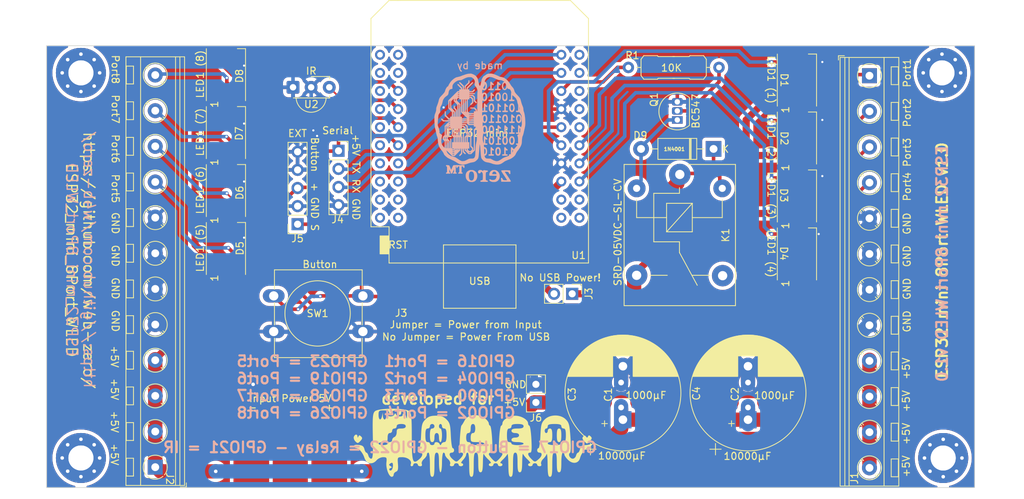
<source format=kicad_pcb>
(kicad_pcb (version 20221018) (generator pcbnew)
  (layers (0 "F.Cu" signal) (31 "B.Cu" signal) (34 "B.Paste" user) (35 "F.Paste" user) (36 "B.SilkS" user "B.Silkscreen") (37 "F.SilkS" user "F.Silkscreen") (38 "B.Mask" user) (39 "F.Mask" user) (44 "Edge.Cuts" user))
  (net 0 "")
  (net 26 "Net-(D1-VDD)")
  (net 27 "Net-(D1-DOUT)")
  (net 28 "Net-(D1-DIN)")
  (net 29 "Net-(D2-DOUT)")
  (net 30 "Net-(D2-DIN)")
  (net 31 "Net-(D3-DOUT)")
  (net 32 "Net-(D3-DIN)")
  (net 33 "Net-(D4-DOUT)")
  (net 34 "Net-(D4-DIN)")
  (net 35 "Net-(D5-DOUT)")
  (net 36 "Net-(D5-DIN)")
  (net 37 "Net-(D6-DOUT)")
  (net 38 "Net-(D6-DIN)")
  (net 39 "Net-(D7-DOUT)")
  (net 40 "Net-(D7-DIN)")
  (net 41 "Net-(D8-DOUT)")
  (net 42 "Net-(D8-DIN)")
  (net 43 "+5V")
  (net 44 "Net-(D9-A)")
  (net 46 "Net-(Q1-B)")
  (net 47 "Net-(U1-IO_22{slash}D1{slash}SCL)")
  (net 48 "Net-(J3-Pin_2)")
  (net 49 "Net-(J5-Pin_5)")
  (net 50 "Net-(J4-Pin_3)")
  (net 51 "Net-(J4-Pin_2)")
  (net 52 "Net-(J5-Pin_2)")
  (footprint "ownLibrary:CP_Radial_D8.0mm_P3.50mm" (layer "F.Cu") (at 173.482 128.214 90)
    (fp_text reference "C2")
    (fp_text value "C_Polarized")
  )
  (footprint "Terminal_dg306:TerminalBlock_RND_205-00055_1x12_P5.00mm_Horizontal" (layer "F.Cu") (at 190.5 81.68 -90)
    (fp_text reference "J1")
    (fp_text value "Screw_Terminal_01x12")
  )
  (footprint "Connector_PinSocket_2.54mm:PinSocket_1x05_P2.54mm_Vertical" (layer "F.Cu") (at 110.37 102.51 180)
    (fp_text reference "J5")
    (fp_text value "Conn_01x05_Socket")
  )
  (footprint "Terminal_dg306:TerminalBlock_RND_205-00055_1x12_P5.00mm_Horizontal" (layer "F.Cu") (at 90.424 136.586 90)
    (fp_text reference "J2")
    (fp_text value "Screw_Terminal_01x12")
  )
  (footprint "MountingHole:MountingHole_3.5mm_Pad_Via" (layer "F.Cu") (at 200.66 81.28)
    (fp_text reference "REF**")
    (fp_text value "MountingHole_3.5mm_Pad_Via")
  )
  (footprint "ESP32_mini:ESP32_mini-with-pin-header-and-connector" (layer "F.Cu") (at 135.89 90.17)
    (fp_text reference "U1")
    (fp_text value "mini_esp32")
  )
  (footprint "Connector_PinSocket_2.54mm:PinSocket_1x04_P2.54mm_Vertical" (layer "F.Cu") (at 116.103 92.212)
    (fp_text reference "J4")
    (fp_text value "Conn_01x04_Socket")
  )
  (footprint "ownLibrary:CP_Radial_D8.0mm_P3.50mm" (layer "F.Cu") (at 155.702 128.214 90)
    (fp_text reference "C1")
    (fp_text value "C_Polarized")
  )
  (footprint "logocircuit:WLED_Logo_big_1" (layer "F.Cu") (at 135.750602 127.64)
    (fp_text reference "G***" hide)
    (fp_text value "developed for")
  )
  (footprint "PCM_Resistor_THT_AKL:R_Axial_DIN0309_L9.0mm_D3.2mm_P12.70mm_Horizontal" (layer "F.Cu") (at 169.418 80.518 180)
    (fp_text reference "R1")
    (fp_text value "R" hide)
  )
  (footprint "OptoDevice:Vishay_MINICAST-3Pin" (layer "F.Cu") (at 109.728 83.303)
    (fp_text reference "U2")
    (fp_text value "TSOP382xx")
  )
  (footprint "LED_SMD:LED_WS2812B_PLCC4_5.0x5.0mm_P3.2mm" (layer "F.Cu") (at 100.33 105.918 90)
    (fp_text reference "D5")
    (fp_text value "WS2812B")
  )
  (footprint "button:SW_PUSH-12mm_roundKnob" (layer "F.Cu") (at 119.524 117.562 180)
    (fp_text reference "SW1")
    (fp_text value "SW_Push")
  )
  (footprint "ownLibrary:CP_Radial_D16.0mm_P7.50mm" (layer "F.Cu") (at 173.482 129.928 90)
    (fp_text reference "C4")
    (fp_text value "C_Polarized")
  )
  (footprint "Connector_Wire:SolderWirePad_1x01_SMD_5x10mm" (layer "F.Cu") (at 103.886 133.858)
    (fp_text reference "-")
    (fp_text value "SolderWirePad_1x01_SMD_5x10mm")
  )
  (footprint "LED_SMD:LED_WS2812B_PLCC4_5.0x5.0mm_P3.2mm" (layer "F.Cu") (at 180.34 98.552 90)
    (fp_text reference "D3")
    (fp_text value "WS2812B")
  )
  (footprint "ownLibrary:CP_Radial_D16.0mm_P7.50mm" (layer "F.Cu") (at 155.956 129.928 90)
    (fp_text reference "C3")
    (fp_text value "C_Polarized")
  )
  (footprint "Diode_THT:D_DO-41_SOD81_P10.16mm_Horizontal" (layer "F.Cu") (at 168.656 91.948 180)
    (fp_text reference "D9")
    (fp_text value "1N4001")
  )
  (footprint "LED_SMD:LED_WS2812B_PLCC4_5.0x5.0mm_P3.2mm" (layer "F.Cu") (at 100.33 97.79 90)
    (fp_text reference "D6")
    (fp_text value "WS2812B")
  )
  (footprint "Connector_PinHeader_2.54mm:PinHeader_1x02_P2.54mm_Vertical" (layer "F.Cu") (at 148.844 112.268 -90)
    (fp_text reference "J3")
    (fp_text value "Conn_01x02_Pin")
  )
  (footprint "Relay_THT:Relay_SPDT_SANYOU_SRD_Series_Form_C" (layer "F.Cu") (at 163.926 95.528 -90)
    (fp_text reference "K1")
    (fp_text value "SANYOU_SRD_Form_C")
  )
  (footprint "LED_SMD:LED_WS2812B_PLCC4_5.0x5.0mm_P3.2mm" (layer "F.Cu") (at 180.34 106.68 90)
    (fp_text reference "D4")
    (fp_text value "WS2812B")
  )
  (footprint "LED_SMD:LED_WS2812B_PLCC4_5.0x5.0mm_P3.2mm" (layer "F.Cu") (at 180.34 82.296 90)
    (fp_text reference "D1")
    (fp_text value "WS2812B")
  )
  (footprint "PCM_Package_TO_SOT_THT_AKL:TO-92L_Inline" (layer "F.Cu") (at 163.576 87.884 90)
    (fp_text reference "Q1")
    (fp_text value "BC547" hide)
  )
  (footprint "LED_SMD:LED_WS2812B_PLCC4_5.0x5.0mm_P3.2mm" (layer "F.Cu") (at 100.33 81.534 90)
    (fp_text reference "D8")
    (fp_text value "WS2812B")
  )
  (footprint "Connector_PinSocket_2.54mm:PinSocket_1x02_P2.54mm_Vertical" (layer "F.Cu") (at 143.764 127.508 180)
    (fp_text reference "J6")
    (fp_text value "Conn_01x02_Socket")
  )
  (footprint "LED_SMD:LED_WS2812B_PLCC4_5.0x5.0mm_P3.2mm" (layer "F.Cu") (at 180.34 90.424 90)
    (fp_text reference "D2")
    (fp_text value "WS2812B")
  )
  (footprint "MountingHole:MountingHole_3.5mm_Pad_Via" (layer "F.Cu") (at 80.01 135.297)
    (fp_text reference "REF**")
    (fp_text value "MountingHole_3.5mm_Pad_Via")
  )
  (footprint "LED_SMD:LED_WS2812B_PLCC4_5.0x5.0mm_P3.2mm" (layer "F.Cu") (at 100.33 89.662 90)
    (fp_text reference "D7")
    (fp_text value "WS2812B")
  )
  (footprint "MountingHole:MountingHole_3.5mm_Pad_Via" (layer "F.Cu") (at 80.01 81.28)
    (fp_text reference "REF**")
    (fp_text value "MountingHole_3.5mm_Pad_Via")
  )
  (footprint "Connector_Wire:SolderWirePad_1x01_SMD_5x10mm" (layer "F.Cu") (at 114.808 133.858)
    (fp_text reference "+")
    (fp_text value "SolderWirePad_1x01_SMD_5x10mm")
  )
  (footprint "MountingHole:MountingHole_3.5mm_Pad_Via" (layer "F.Cu") (at 200.835845 135.303845)
    (fp_text reference "REF**")
    (fp_text value "MountingHole_3.5mm_Pad_Via")
  )
  (footprint "logocircuit:zeroTM_Logo" (layer "B.Cu") (at 135.926221 88.988599 180)
    (fp_text reference "G***")
    (fp_text value "LOGO")
  )
  (gr_rect (start 75.184 77.47) (end 205.232 139.446) (stroke (width 0.1)) (fill none) (layer "Edge.Cuts"))
  (gr_text "https://github.com/w4b-zero/\nESP32_mini_8Port_WLED" (at 79.97 107.49 270) (layer "B.SilkS") (effects (font (size 1.5 1.5) (thickness 0.1875)) (justify mirror)))
  (gr_text "ESP32 mini 8Port WLED v1.0" (at 201.56 91.33 90) (layer "B.SilkS") (effects (font (size 1.5 1.5) (thickness 0.3) bold) (justify left bottom mirror)))
  (gr_text locked "GPIO16 = Port1  GPIO23 = Port5\nGPIO04 = Port2  GPIO19 = Port6\nGPIO00 = Port3  GPIO18 = Port7\nGPIO02 = Port4  GPIO26 = Port8\n\nGPIO17 = Button - GPIO22 = Relay - GPIO21 = IR " (at 121.36 127.77) (layer "B.SilkS") (effects (font (size 1.5 1.5) (thickness 0.3) bold) (justify mirror)))
  (gr_text "10K" (at 162.76 80.58) (layer "F.SilkS") (effects (font (size 1 1))))
  (gr_text "10000µF" (at 173.41 135.05) (layer "F.SilkS") (effects (font (size 1 1))))
  (gr_text "SRD-05VDC-SL-CV" (at 155.24 103.64 90) (layer "F.SilkS") (effects (font (size 1 1))))
  (gr_text "No USB Power!" (at 147.17 110.01) (layer "F.SilkS") (effects (font (size 1 1))))
  (gr_text "LED1 (4)" (at 176.73 106.61 -90) (layer "F.SilkS") (effects (font (size 1 1))))
  (gr_text "Jumper = Power from Input" (at 133.93 116.59) (layer "F.SilkS") (effects (font (size 1 1))))
  (gr_text "LED1 (1)" (at 176.73 82.226 -90) (layer "F.SilkS") (effects (font (size 1 1))))
  (gr_text "EXT" (at 110.36 89.77) (layer "F.SilkS") (effects (font (size 1 1))))
  (gr_text "LED1 (6)" (at 96.72 97.72 90) (layer "F.SilkS") (effects (font (size 1 1))))
  (gr_text "ESP32 mini 8Port WLED v1.0" (at 201.56 124.32 90) (layer "F.SilkS") (effects (font (size 1.5 1.5) (thickness 0.3) bold) (justify left bottom)))
  (gr_text "10000µF" (at 155.81 135) (layer "F.SilkS") (effects (font (size 1 1))))
  (gr_text "J3" (at 124.88 114.97) (layer "F.SilkS") (effects (font (size 1 1))))
  (gr_text "No Jumper = Power From USB" (at 133.98 118.31) (layer "F.SilkS") (effects (font (size 1 1))))
  (gr_text "+5V" (at 140.74 127.47) (layer "F.SilkS") (effects (font (size 1 1))))
  (gr_text "ESP32 mini" (at 135.53 89.73) (layer "F.SilkS") (effects (font (size 1 1))))
  (gr_text "+5V  +5V  +5V  +5V" (at 84.726 127.946 -90) (layer "F.SilkS") (effects (font (size 1 1))))
  (gr_text "LED1 (3)" (at 176.73 98.482 -90) (layer "F.SilkS") (effects (font (size 1 1))))
  (gr_text "IR" (at 112.28 81.02) (layer "F.SilkS") (effects (font (size 1 1))))
  (gr_text "+5V  +5V  +5V  +5V" (at 195.65 129.61 90) (layer "F.SilkS") (effects (font (size 1 1))))
  (gr_text "LED1 (7)" (at 96.72 89.592 90) (layer "F.SilkS") (effects (font (size 1 1))))
  (gr_text "LED1 (2)" (at 176.73 90.354 -90) (layer "F.SilkS") (effects (font (size 1 1))))
  (gr_text "1N4001" (at 163.16 91.98) (layer "F.SilkS") (effects (font (size 0.5 0.5) (thickness 0.125))))
  (gr_text "1000µF" (at 159.18 126.51) (layer "F.SilkS") (effects (font (size 1 1))))
  (gr_text "LED1 (8)" (at 96.72 81.464 90) (layer "F.SilkS") (effects (font (size 1 1))))
  (gr_text "Serial" (at 115.993 89.372) (layer "F.SilkS") (effects (font (size 1 1))))
  (gr_text "LED1 (5)" (at 96.72 105.848 90) (layer "F.SilkS") (effects (font (size 1 1))))
  (gr_text "BC547" (at 166.17 86.66 90) (layer "F.SilkS") (effects (font (size 1 1))))
  (gr_text "https://github.com/w4b-zero/\nESP32_mini_8Port_WLED" (at 79.9 107.56 270) (layer "F.SilkS") (effects (font (size 1.5 1.5) (thickness 0.1875))))
  (gr_text "1000µF" (at 177.2 126.54) (layer "F.SilkS") (effects (font (size 1 1))))
  (segment (start 155.702 129.928) (end 190.38 129.928) (width 2) (layer "F.Cu") (net 26))
  (segment (start 96.012 105.41) (end 96.012 86.36) (width 1) (layer "F.Cu") (net 26))
  (segment (start 173.228 105.664) (end 173.228 87.884) (width 1) (layer "F.Cu") (net 26))
  (segment (start 96.016 100.326) (end 96.012 100.33) (width 1) (layer "F.Cu") (net 26))
  (segment (start 149.72 137.17) (end 155.702 131.188) (width 2) (layer "F.Cu") (net 26))
  (segment (start 176.366 84.746) (end 178.69 84.746) (width 1) (layer "F.Cu") (net 26))
  (segment (start 160.02 119.38) (end 160.02 129.928) (width 2) (layer "F.Cu") (net 26))
  (segment (start 155.702 128.468) (end 155.702 131.188) (width 2) (layer "F.Cu") (net 26))
  (segment (start 173.482 129.928) (end 173.482 128.468) (width 2) (layer "F.Cu") (net 26))
  (segment (start 173.228 105.664) (end 161.398 105.664) (width 1) (layer "F.Cu") (net 26))
  (segment (start 119.36 137.17) (end 149.72 137.17) (width 2) (layer "F.Cu") (net 26))
  (segment (start 176.44 108.876) (end 173.228 105.664) (width 1) (layer "F.Cu") (net 26))
  (segment (start 178.69 108.876) (end 176.44 108.876) (width 1) (layer "F.Cu") (net 26))
  (segment (start 190.38 129.928) (end 190.5 130.048) (width 2) (layer "F.Cu") (net 26))
  (segment (start 90.424 136.44) (end 90.424 121.44) (width 2) (layer "F.Cu") (net 26))
  (segment (start 161.398 105.664) (end 157.526 109.536) (width 1) (layer "F.Cu") (net 26))
  (segment (start 190.5 136.52) (end 190.5 121.52) (width 2) (layer "F.Cu") (net 26))
  (segment (start 157.526 116.886) (end 160.02 119.38) (width 2) (layer "F.Cu") (net 26))
  (segment (start 173.318 101.002) (end 173.228 101.092) (width 1) (layer "F.Cu") (net 26))
  (segment (start 178.69 101.002) (end 173.318 101.002) (width 1) (layer "F.Cu") (net 26))
  (segment (start 178.69 92.874) (end 173.646 92.874) (width 1) (layer "F.Cu") (net 26))
  (segment (start 173.228 87.884) (end 176.366 84.746) (width 1) (layer "F.Cu") (net 26))
  (segment (start 98.6 92.198) (end 96.016 92.198) (width 1) (layer "F.Cu") (net 26))
  (segment (start 96.012 86.36) (end 98.302 84.07) (width 1) (layer "F.Cu") (net 26))
  (segment (start 157.526 109.536) (end 157.526 116.886) (width 2) (layer "F.Cu") (net 26))
  (segment (start 98.6 113.264) (end 90.424 121.44) (width 1) (layer "F.Cu") (net 26))
  (segment (start 98.6 100.326) (end 96.016 100.326) (width 1) (layer "F.Cu") (net 26))
  (segment (start 98.6 107.998) (end 96.012 105.41) (width 1) (layer "F.Cu") (net 26))
  (segment (start 98.302 84.07) (end 98.6 84.07) (width 1) (layer "F.Cu") (net 26))
  (segment (start 98.6 113.264) (end 98.6 107.998) (width 1) (layer "F.Cu") (net 26))
  (segment (start 98.9 137.175) (end 91.159 137.175) (width 2) (layer "F.Cu") (net 26))
  (segment (start 173.646 92.874) (end 173.228 92.456) (width 1) (layer "F.Cu") (net 26))
  (segment (start 91.159 137.175) (end 90.424 136.44) (width 2) (layer "F.Cu") (net 26))
  (via (at 119.36 137.17) (size 2) (drill 0.5) (layers "F.Cu" "B.Cu") (net 26))
  (via (at 98.9 137.175) (size 2) (drill 0.5) (layers "F.Cu" "B.Cu") (net 26))
  (segment (start 119.355 137.175) (end 119.36 137.17) (width 2) (layer "B.Cu") (net 26))
  (segment (start 173.482 128.016) (end 173.482 130.556) (width 2) (layer "B.Cu") (net 26))
  (segment (start 98.9 137.175) (end 119.355 137.175) (width 2) (layer "B.Cu") (net 26))
  (segment (start 155.702 128.016) (end 155.702 130.556) (width 2) (layer "B.Cu") (net 26))
  (segment (start 181.99 84.746) (end 182.79 84.746) (width 0.5) (layer "F.Cu") (net 27))
  (segment (start 186.016 81.52) (end 190.5 81.52) (width 0.5) (layer "F.Cu") (net 27))
  (segment (start 182.79 84.746) (end 186.016 81.52) (width 0.5) (layer "F.Cu") (net 27))
  (segment (start 176.784 79.756) (end 178.6 79.756) (width 0.5) (layer "F.Cu") (net 28))
  (via (at 176.784 79.756) (size 0.5) (drill 0.3) (layers "F.Cu" "B.Cu") (net 28))
  (segment (start 156.21 78.232) (end 151.892 82.55) (width 0.5) (layer "B.Cu") (net 28))
  (segment (start 173.736 79.756) (end 172.212 78.232) (width 0.5) (layer "B.Cu") (net 28))
  (segment (start 145.542 83.82) (end 145.542 89.662) (width 0.5) (layer "B.Cu") (net 28))
  (segment (start 145.542 89.662) (end 147.32 91.44) (width 0.5) (layer "B.Cu") (net 28))
  (segment (start 146.812 82.55) (end 145.542 83.82) (width 0.5) (layer "B.Cu") (net 28))
  (segment (start 151.892 82.55) (end 146.812 82.55) (width 0.5) (layer "B.Cu") (net 28))
  (segment (start 176.784 79.756) (end 173.736 79.756) (width 0.5) (layer "B.Cu") (net 28))
  (segment (start 172.212 78.232) (end 156.21 78.232) (width 0.5) (layer "B.Cu") (net 28))
  (segment (start 184.146 92.874) (end 190.5 86.52) (width 0.5) (layer "F.Cu") (net 29))
  (segment (start 181.99 92.874) (end 184.146 92.874) (width 0.5) (layer "F.Cu") (net 29))
  (segment (start 176.874 87.974) (end 176.784 87.884) (width 0.25) (layer "F.Cu") (net 30))
  (segment (start 178.69 87.974) (end 176.874 87.974) (width 0.5) (layer "F.Cu") (net 30))
  (via (at 176.784 87.884) (size 0.5) (drill 0.3) (layers "F.Cu" "B.Cu") (net 30))
  (segment (start 154.94 82.042) (end 152.654 84.328) (width 0.5) (layer "B.Cu") (net 30))
  (segment (start 175.514 87.884) (end 169.672 82.042) (width 0.5) (layer "B.Cu") (net 30))
  (segment (start 176.784 87.884) (end 175.514 87.884) (width 0.5) (layer "B.Cu") (net 30))
  (segment (start 152.654 88.646) (end 149.86 91.44) (width 0.5) (layer "B.Cu") (net 30))
  (segment (start 169.672 82.042) (end 154.94 82.042) (width 0.5) (layer "B.Cu") (net 30))
  (segment (start 152.654 84.328) (end 152.654 88.646) (width 0.5) (layer "B.Cu") (net 30))
  (segment (start 181.99 101.002) (end 182.79 101.002) (width 0.5) (layer "F.Cu") (net 31))
  (segment (start 184.658 97.362) (end 184.658 99.06) (width 0.5) (layer "F.Cu") (net 31))
  (segment (start 184.658 99.06) (end 182.79 100.928) (width 0.5) (layer "F.Cu") (net 31))
  (segment (start 182.79 100.928) (end 182.79 101.002) (width 0.25) (layer "F.Cu") (net 31))
  (segment (start 190.5 91.52) (end 184.658 97.362) (width 0.5) (layer "F.Cu") (net 31))
  (segment (start 176.784 96.012) (end 178.6 96.012) (width 0.5) (layer "F.Cu") (net 32))
  (via (at 176.784 96.012) (size 0.5) (drill 0.3) (layers "F.Cu" "B.Cu") (net 32))
  (segment (start 154.432 84.836) (end 156.21 83.058) (width 0.5) (layer "B.Cu") (net 32))
  (segment (start 156.21 83.058) (end 169.164 83.058) (width 0.5) (layer "B.Cu") (net 32))
  (segment (start 149.86 93.98) (end 154.432 89.408) (width 0.5) (layer "B.Cu") (net 32))
  (segment (start 176.784 90.678) (end 176.784 96.012) (width 0.5) (layer "B.Cu") (net 32))
  (segment (start 154.432 89.408) (end 154.432 84.836) (width 0.5) (layer "B.Cu") (net 32))
  (segment (start 169.164 83.058) (end 176.784 90.678) (width 0.5) (layer "B.Cu") (net 32))
  (segment (start 182.79 108.876) (end 181.99 108.876) (width 0.5) (layer "F.Cu") (net 33))
  (segment (start 185.928 101.092) (end 185.928 105.738) (width 0.5) (layer "F.Cu") (net 33))
  (segment (start 190.5 96.52) (end 185.928 101.092) (width 0.5) (layer "F.Cu") (net 33))
  (segment (start 185.928 105.738) (end 182.79 108.876) (width 0.5) (layer "F.Cu") (net 33))
  (segment (start 176.784 103.886) (end 178.6 103.886) (width 0.5) (layer "F.Cu") (net 34))
  (via (at 176.784 103.886) (size 0.5) (drill 0.3) (layers "F.Cu" "B.Cu") (net 34))
  (segment (start 175.768 91.44) (end 175.768 102.87) (width 0.5) (layer "B.Cu") (net 34))
  (segment (start 168.402 84.074) (end 175.768 91.44) (width 0.5) (layer "B.Cu") (net 34))
  (segment (start 156.21 90.17) (end 156.21 85.598) (width 0.5) (layer "B.Cu") (net 34))
  (segment (start 156.21 85.598) (end 157.734 84.074) (width 0.5) (layer "B.Cu") (net 34))
  (segment (start 157.734 84.074) (end 168.402 84.074) (width 0.5) (layer "B.Cu") (net 34))
  (segment (start 175.768 102.87) (end 176.784 103.886) (width 0.5) (layer "B.Cu") (net 34))
  (segment (start 149.86 96.52) (end 156.21 90.17) (width 0.5) (layer "B.Cu") (net 34))
  (segment (start 101.9 107.05) (end 100.675 105.825) (width 0.5) (layer "F.Cu") (net 35))
  (segment (start 101.9 108.2) (end 101.9 107.05) (width 0.5) (layer "F.Cu") (net 35))
  (via (at 100.675 105.825) (size 0.5) (drill 0.3) (layers "F.Cu" "B.Cu") (net 35))
  (segment (start 96.3 105.825) (end 94.275 103.8) (width 0.5) (layer "B.Cu") (net 35))
  (segment (start 94.275 103.8) (end 94.275 100.291) (width 0.5) (layer "B.Cu") (net 35))
  (segment (start 94.275 100.291) (end 90.424 96.44) (width 0.5) (layer "B.Cu") (net 35))
  (segment (start 100.675 105.825) (end 96.3 105.825) (width 0.5) (layer "B.Cu") (net 35))
  (segment (start 105.85 84.975) (end 105.85 81.95) (width 0.5) (layer "F.Cu") (net 36))
  (segment (start 121.275 90.175) (end 123.195 90.175) (width 0.5) (layer "F.Cu") (net 36))
  (segment (start 98.925 103.3) (end 100.35 101.875) (width 0.5) (layer "F.Cu") (net 36))
  (segment (start 106.65 81.15) (end 117.775 81.15) (width 0.5) (layer "F.Cu") (net 36))
  (segment (start 104.625 100.025) (end 104.625 86.2) (width 0.5) (layer "F.Cu") (net 36))
  (segment (start 117.85 81.075) (end 117.85 86.75) (width 0.5) (layer "F.Cu") (net 36))
  (segment (start 123.195 90.175) (end 124.46 91.44) (width 0.5) (layer "F.Cu") (net 36))
  (segment (start 102.775 101.875) (end 104.625 100.025) (width 0.5) (layer "F.Cu") (net 36))
  (segment (start 105.85 81.95) (end 106.65 81.15) (width 0.5) (layer "F.Cu") (net 36))
  (segment (start 104.625 86.2) (end 105.85 84.975) (width 0.5) (layer "F.Cu") (net 36))
  (segment (start 117.85 86.75) (end 121.275 90.175) (width 0.5) (layer "F.Cu") (net 36))
  (segment (start 100.35 101.875) (end 102.775 101.875) (width 0.5) (layer "F.Cu") (net 36))
  (segment (start 117.775 81.15) (end 117.85 81.075) (width 0.25) (layer "F.Cu") (net 36))
  (segment (start 101.9 99.625) (end 100.45 98.175) (width 0.25) (layer "F.Cu") (net 37))
  (segment (start 101.9 100.326) (end 101.9 99.625) (width 0.25) (layer "F.Cu") (net 37))
  (via (at 100.45 98.175) (size 0.5) (drill 0.3) (layers "F.Cu" "B.Cu") (net 37))
  (segment (start 97.134 98.15) (end 100.425 98.15) (width 0.5) (layer "B.Cu") (net 37))
  (segment (start 90.424 91.44) (end 97.134 98.15) (width 0.5) (layer "B.Cu") (net 37))
  (segment (start 100.425 98.15) (end 100.45 98.175) (width 0.25) (layer "B.Cu") (net 37))
  (segment (start 99.8 93.8) (end 102.775 93.8) (width 0.5) (layer "F.Cu") (net 38))
  (segment (start 105.025 81.675) (end 106.45 80.25) (width 0.5) (layer "F.Cu") (net 38))
  (segment (start 98.6 95) (end 99.8 93.8) (width 0.5) (layer "F.Cu") (net 38))
  (segment (start 121.2 87.625) (end 123.185 87.625) (width 0.5) (layer "F.Cu") (net 38))
  (segment (start 118.5 80.125) (end 118.625 80.25) (width 0.25) (layer "F.Cu") (net 38))
  (segment (start 118.625 85.05) (end 121.2 87.625) (width 0.5) (layer "F.Cu") (net 38))
  (segment (start 105.025 84.75) (end 105.025 81.675) (width 0.5) (layer "F.Cu") (net 38))
  (segment (start 103.7 86.075) (end 105.025 84.75) (width 0.5) (layer "F.Cu") (net 38))
  (segment (start 106.45 80.125) (end 118.5 80.125) (width 0.5) (layer "F.Cu") (net 38))
  (segment (start 106.45 80.25) (end 106.45 80.125) (width 0.25) (layer "F.Cu") (net 38))
  (segment (start 102.775 93.8) (end 103.7 92.875) (width 0.5) (layer "F.Cu") (net 38))
  (segment (start 118.625 80.25) (end 118.625 85.05) (width 0.5) (layer "F.Cu") (net 38))
  (segment (start 103.7 92.875) (end 103.7 86.075) (width 0.25) (layer "F.Cu") (net 38))
  (segment (start 123.185 87.625) (end 124.46 88.9) (width 0.5) (layer "F.Cu") (net 38))
  (segment (start 101.9 91.725) (end 100.4 90.225) (width 0.5) (layer "F.Cu") (net 39))
  (via (at 100.4 90.225) (size 0.5) (drill 0.3) (layers "F.Cu" "B.Cu") (net 39))
  (segment (start 100.4 90.225) (end 94.209 90.225) (width 0.5) (layer "B.Cu") (net 39))
  (segment (start 94.209 90.225) (end 90.424 86.44) (width 0.5) (layer "B.Cu") (net 39))
  (segment (start 123.225 85.125) (end 124.46 86.36) (width 0.5) (layer "F.Cu") (net 40))
  (segment (start 102.9 85.625) (end 104.175 84.35) (width 0.5) (layer "F.Cu") (net 40))
  (segment (start 121.15 85.125) (end 123.225 85.125) (width 0.5) (layer "F.Cu") (net 40))
  (segment (start 104.175 81.2) (end 106.125 79.25) (width 0.5) (layer "F.Cu") (net 40))
  (segment (start 119.55 79.625) (end 119.55 83.525) (width 0.25) (layer "F.Cu") (net 40))
  (segment (start 104.175 84.35) (end 104.175 81.2) (width 0.5) (layer "F.Cu") (net 40))
  (segment (start 99.477 87.298) (end 101.15 85.625) (width 0.5) (layer "F.Cu") (net 40))
  (segment (start 106.125 79.25) (end 119.175 79.25) (width 0.25) (layer "F.Cu") (net 40))
  (segment (start 98.6 87.298) (end 99.477 87.298) (width 0.5) (layer "F.Cu") (net 40))
  (segment (start 119.55 83.525) (end 121.15 85.125) (width 0.5) (layer "F.Cu") (net 40))
  (segment (start 119.175 79.25) (end 119.55 79.625) (width 0.25) (layer "F.Cu") (net 40))
  (segment (start 101.15 85.625) (end 102.9 85.625) (width 0.5) (layer "F.Cu") (net 40))
  (segment (start 101.9 84.07) (end 100.45 82.62) (width 0.5) (layer "F.Cu") (net 41))
  (segment (start 100.45 82.62) (end 100.45 81.975) (width 0.5) (layer "F.Cu") (net 41))
  (via (at 100.45 81.975) (size 0.5) (drill 0.3) (layers "F.Cu" "B.Cu") (net 41))
  (segment (start 99.915 81.44) (end 90.424 81.44) (width 0.5) (layer "B.Cu") (net 41))
  (segment (start 100.45 81.975) (end 99.915 81.44) (width 0.5) (layer "B.Cu") (net 41))
  (segment (start 120.325 81.75) (end 120.325 79.5) (width 0.5) (layer "F.Cu") (net 42))
  (segment (start 124.46 83.82) (end 123.19 82.55) (width 0.5) (layer "F.Cu") (net 42))
  (segment (start 102.8 81.575) (end 101.2 81.575) (width 0.5) (layer "F.Cu") (net 42))
  (segment (start 119.275 78.45) (end 105.925 78.45) (width 0.5) (layer "F.Cu") (net 42))
  (segment (start 120.325 79.5) (end 119.275 78.45) (width 0.5) (layer "F.Cu") (net 42))
  (segment (start 101.2 81.575) (end 98.795 79.17) (width 0.5) (layer "F.Cu") (net 42))
  (segment (start 123.19 82.55) (end 121.125 82.55) (width 0.5) (layer "F.Cu") (net 42))
  (segment (start 121.125 82.55) (end 120.325 81.75) (width 0.5) (layer "F.Cu") (net 42))
  (segment (start 105.925 78.45) (end 102.8 81.575) (width 0.25) (layer "F.Cu") (net 42))
  (segment (start 147.574 124.968) (end 148.59 123.952) (width 2) (layer "F.Cu") (net 43))
  (segment (start 153.416 112.268) (end 153.416 106.934) (width 2) (layer "F.Cu") (net 43))
  (segment (start 168.52 95.386) (end 163.576 95.386) (width 0.5) (layer "F.Cu") (net 43))
  (segment (start 148.59 123.952) (end 148.59 117.094) (width 2) (layer "F.Cu") (net 43))
  (segment (start 114.808 83.303) (end 116.103 84.598) (width 0.25) (layer "F.Cu") (net 43))
  (segment (start 143.535 127.508) (end 147.574 127.508) (width 2) (layer "F.Cu") (net 43))
  (segment (start 168.656 94.996) (end 168.656 91.694) (width 0.5) (layer "F.Cu") (net 43))
  (segment (start 112.21 97.34) (end 113.03 96.52) (width 0.5) (layer "F.Cu") (net 43))
  (segment (start 107.84 99.875) (end 107.84 109.19) (width 0.5) (layer "F.Cu") (net 43))
  (segment (start 168.656 94.996) (end 169.526 95.866) (width 0.5) (layer "F.Cu") (net 43))
  (segment (start 110.375 97.34) (end 112.21 97.34) (width 0.5) (layer "F.Cu") (net 43))
  (segment (start 116.103 84.598) (end 116.103 92.212) (width 0.5) (layer "F.Cu") (net 43))
  (segment (start 113.03 93.218) (end 113.988 92.26) (width 0.5) (layer "F.Cu") (net 43))
  (segment (start 169.526 97.336) (end 169.526 95.866) (width 0.5) (layer "F.Cu") (net 43))
  (segment (start 153.416 106.934) (end 163.576 96.774) (width 2) (layer "F.Cu") (net 43))
  (segment (start 147.574 127.508) (end 147.574 124.968) (width 2) (layer "F.Cu") (net 43))
  (segment (start 137.185 133.858) (end 143.535 127.508) (width 2) (layer "F.Cu") (net 43))
  (segment (start 148.59 117.094) (end 153.416 112.268) (width 2) (layer "F.Cu") (net 43))
  (segment (start 114.808 116.158) (end 114.808 133.858) (width 0.5) (layer "F.Cu") (net 43))
  (segment (start 110.375 97.34) (end 107.84 99.875) (width 0.5) (layer "F.Cu") (net 43))
  (segment (start 163.576 96.774) (end 163.576 95.386) (width 2) (layer "F.Cu") (net 43))
  (segment (start 114.808 133.858) (end 137.185 133.858) (width 2) (layer "F.Cu") (net 43))
  (segment (start 107.84 109.19) (end 114.808 116.158) (width 0.5) (layer "F.Cu") (net 43))
  (segment (start 113.988 92.26) (end 116.05 92.26) (width 0.5) (layer "F.Cu") (net 43))
  (segment (start 113.03 96.52) (end 113.03 93.218) (width 0.5) (layer "F.Cu") (net 43))
  (segment (start 168.783 95.123) (end 168.52 95.386) (width 0.5) (layer "F.Cu") (net 43))
  (segment (start 148.844 112.268) (end 153.416 112.268) (width 1) (layer "F.Cu") (net 43))
  (segment (start 162.306 87.884) (end 158.496 91.694) (width 0.5) (layer "B.Cu") (net 44))
  (segment (start 158.496 96.366) (end 157.526 97.336) (width 0.25) (layer "B.Cu") (net 44))
  (segment (start 163.174 87.884) (end 162.306 87.884) (width 0.5) (layer "B.Cu") (net 44))
  (segment (start 158.496 91.694) (end 158.496 96.366) (width 0.5) (layer "B.Cu") (net 44))
  (segment (start 163.174 86.614) (end 165.354 86.614) (width 0.5) (layer "F.Cu") (net 46))
  (segment (start 165.354 86.614) (end 169.418 82.55) (width 0.5) (layer "F.Cu") (net 46))
  (segment (start 169.418 82.55) (end 169.418 80.518) (width 0.5) (layer "F.Cu") (net 46))
  (segment (start 147.32 83.82) (end 148.59 82.55) (width 0.5) (layer "F.Cu") (net 47))
  (segment (start 148.59 82.55) (end 153.162 82.55) (width 0.5) (layer "F.Cu") (net 47))
  (segment (start 155.194 80.518) (end 156.718 80.518) (width 0.5) (layer "F.Cu") (net 47))
  (segment (start 153.162 82.55) (end 155.194 80.518) (width 0.5) (layer "F.Cu") (net 47))
  (segment (start 144.526 110.744) (end 144.526 99.314) (width 1) (layer "F.Cu") (net 48))
  (segment (start 145.796 112.014) (end 144.526 110.744) (width 1) (layer "F.Cu") (net 48))
  (segment (start 144.526 99.314) (end 147.32 96.52) (width 1) (layer "F.Cu") (net 48))
  (segment (start 102.87 104.358) (end 101.98 103.468) (width 1) (layer "F.Cu") (net 49))
  (segment (start 101.9 79.17) (end 101.9 79.294) (width 1) (layer "F.Cu") (net 49))
  (segment (start 131.06 86.36) (end 147.32 86.36) (width 0.5) (layer "F.Cu") (net 49))
  (segment (start 183.298 103.976) (end 183.388 103.886) (width 1) (layer "F.Cu") (net 49))
  (segment (start 112.575 89.6) (end 113.1 90.125) (width 0.5) (layer "F.Cu") (net 49))
  (segment (start 181.99 87.974) (end 183.806 87.974) (width 1) (layer "F.Cu") (net 49))
  (segment (start 183.552 96.102) (end 183.896 95.758) (width 1) (layer "F.Cu") (net 49))
  (segment (start 181.99 96.102) (end 183.552 96.102) (width 1) (layer "F.Cu") (net 49))
  (segment (start 102.87 104.394) (end 102.87 104.358) (width 1) (layer "F.Cu") (net 49))
  (segment (start 101.9 87.298) (end 101.9 87.422) (width 1) (layer "F.Cu") (net 49))
  (segment (start 112.575 89.35) (end 112.575 89.6) (width 0.25) (layer "F.Cu") (net 49))
  (segment (start 173.482 123.056) (end 173.482 124.516) (width 2) (layer "F.Cu") (net 49))
  (segment (start 181.99 79.846) (end 183.806 79.846) (width 1) (layer "F.Cu") (net 49))
  (segment (start 101.9 79.294) (end 102.87 80.264) (width 1) (layer "F.Cu") (net 49))
  (segment (start 101.9 87.422) (end 102.87 88.392) (width 1) (layer "F.Cu") (net 49))
  (segment (start 183.806 79.846) (end 183.896 79.756) (width 1) (layer "F.Cu") (net 49))
  (segment (start 183.806 87.974) (end 183.896 87.884) (width 1) (layer "F.Cu") (net 49))
  (segment (start 104.14 124.968) (end 104.14 133.604) (width 2) (layer "F.Cu") (net 49))
  (segment (start 130.825 86.125) (end 131.06 86.36) (width 0.25) (layer "F.Cu") (net 49))
  (segment (start 101.9 95.426) (end 101.9 95.55) (width 1) (layer "F.Cu") (net 49))
  (segment (start 101.9 95.55) (end 102.87 96.52) (width 1) (layer "F.Cu") (net 49))
  (segment (start 155.702 123.056) (end 155.702 124.516) (width 2) (layer "F.Cu") (net 49))
  (segment (start 181.99 103.976) (end 183.298 103.976) (width 1) (layer "F.Cu") (net 49))
  (via (at 183.896 87.884) (size 1) (drill 0.3) (layers "F.Cu" "B.Cu") (net 49))
  (via (at 113.1 90.125) (size 0.5) (drill 0.3) (layers "F.Cu" "B.Cu") (net 49))
  (via (at 183.388 103.886) (size 1) (drill 0.3) (layers "F.Cu" "B.Cu") (net 49))
  (via (at 102.87 96.52) (size 1) (drill 0.3) (layers "F.Cu" "B.Cu") (net 49))
  (via (at 102.87 104.394) (size 1) (drill 0.3) (layers "F.Cu" "B.Cu") (net 49))
  (via (at 102.87 80.264) (size 1) (drill 0.3) (layers "F.Cu" "B.Cu") (net 49))
  (via (at 130.825 86.125) (size 0.5) (drill 0.3) (layers "F.Cu" "B.Cu") (net 49))
  (via (at 104.14 124.968) (size 2) (drill 0.5) (layers "F.Cu" "B.Cu") (net 49))
  (via (at 112.575 89.35) (size 0.5) (drill 0.3) (layers "F.Cu" "B.Cu") (net 49))
  (via (at 183.896 79.756) (size 1) (drill 0.3) (layers "F.Cu" "B.Cu") (net 49))
  (via (at 183.896 95.758) (size 1) (drill 0.3) (layers "F.Cu" "B.Cu") (net 49))
  (via (at 102.87 88.392) (size 1) (drill 0.3) (layers "F.Cu" "B.Cu") (net 49))
  (segment (start 183.896 103.378) (end 183.388 103.886) (width 1) (layer "B.Cu") (net 49))
  (segment (start 90.424 101.44) (end 90.424 106.44) (width 2) (layer "B.Cu") (net 49))
  (segment (start 183.896 101.6) (end 183.976 101.52) (width 1) (layer "B.Cu") (net 49))
  (segment (start 190.5 116.52) (end 190.5 101.52) (width 2) (layer "B.Cu") (net 49))
  (segment (start 93.326 116.44) (end 101.854 124.968) (width 2) (layer "B.Cu") (net 49))
  (segment (start 106.835 122.273) (end 104.14 124.968) (width 0.5) (layer "B.Cu") (net 49))
  (segment (start 92.188 108.204) (end 90.424 106.44) (width 1) (layer "B.Cu") (net 49))
  (segment (start 166.37 86.614) (end 166.37 121.92) (width 0.5) (layer "B.Cu") (net 49))
  (segment (start 163.174 85.344) (end 165.1 85.344) (width 0.5) (layer "B.Cu") (net 49))
  (segment (start 119.335 117.65) (end 106.835 117.65) (width 0.5) (layer "B.Cu") (net 49))
  (segment (start 173.482 122.428) (end 173.482 124.968) (width 2) (layer "B.Cu") (net 49))
  (segment (start 109.735 83.085) (end 109.735 90.735) (width 0.5) (layer "B.Cu") (net 49))
  (segment (start 90.424 106.44) (end 90.424 116.44) (width 2) (layer "B.Cu") (net 49))
  (segment (start 130.825 86.125) (end 129.2 86.125) (width 0.5) (layer "B.Cu") (net 49))
  (segment (start 112.275 89.05) (end 112.275 83.085) (width 0.5) (layer "B.Cu") (net 49))
  (segment (start 105.918 83.312) (end 105.918 101.346) (width 1) (layer "B.Cu") (net 49))
  (segment (start 117.9 88.325) (end 114.31 88.325) (width 0.5) (layer "B.Cu") (net 49))
  (segment (start 114.125 91.15) (end 114.125 97.955) (width 0.5) (layer "B.Cu") (net 49))
  (segment (start 110.375 94.8) (end 114.075 94.8) (width 0.5) (layer "B.Cu") (net 49))
  (segment (start 115.965 99.97) (end 116.103 99.832) (width 0.25) (layer "B.Cu") (net 49))
  (segment (start 102.87 96.52) (end 105.918 96.52) (width 1) (layer "B.Cu") (net 49))
  (segment (start 166.878 122.428) (end 184.592 122.428) (width 2) (layer "B.Cu") (net 49))
  (segment (start 100.076 108.204) (end 92.188 108.204) (width 1) (layer "B.Cu") (net 49))
  (segment (start 183.896 79.756) (end 183.896 103.378) (width 1) (layer "B.Cu") (net 49))
  (segment (start 116.05 114.365) (end 119.335 117.65) (width 0.5) (layer "B.Cu") (net 49))
  (segment (start 112.575 89.35) (end 112.275 89.05) (width 0.5) (layer "B.Cu") (net 49))
  (segment (start 116.05 99.88) (end 116.05 114.365) (width 0.5) (layer "B.Cu") (net 49))
  (segment (start 93.326 116.44) (end 90.424 116.44) (width 2) (layer "B.Cu") (net 49))
  (segment (start 143.535 124.968) (end 149.098 124.968) (width 2) (layer "B.Cu") (net 49))
  (segment (start 102.87 88.392) (end 105.918 88.392) (width 1) (layer "B.Cu") (net 49))
  (segment (start 143.535 124.968) (end 104.14 124.968) (width 2) (layer "B.Cu") (net 49))
  (segment (start 102.87 80.264) (end 105.918 83.312) (width 1) (layer "B.Cu") (net 49))
  (segment (start 110.375 91.375) (end 110.375 92.26) (width 0.25) (layer "B.Cu") (net 49))
  (segment (start 113.1 90.125) (end 114.125 91.15) (width 0.5) (layer "B.Cu") (net 49))
  (segment (start 129.2 86.125) (end 125.25 90.075) (width 0.5) (layer "B.Cu") (net 49))
  (segment (start 102.87 104.394) (end 102.87 105.41) (width 1) (layer "B.Cu") (net 49))
  (segment (start 151.638 122.428) (end 166.878 122.428) (width 2) (layer "B.Cu") (net 49))
  (segment (start 125.25 90.075) (end 119.65 90.075) (width 0.5) (layer "B.Cu") (net 49))
  (segment (start 147.32 93.98) (end 143.535 97.765) (width 1) (layer "B.Cu") (net 49))
  (segment (start 109.735 90.735) (end 110.375 91.375) (width 0.5) (layer "B.Cu") (net 49))
  (segment (start 102.87 105.41) (end 100.076 108.204) (width 1) (layer "B.Cu") (net 49))
  (segment (start 106.835 117.65) (end 106.835 122.273) (width 0.5) (layer "B.Cu") (net 49))
  (segment (start 105.918 101.346) (end 102.87 104.394) (width 1) (layer "B.Cu") (net 49))
  (segment (start 143.535 97.765) (end 143.535 124.968) (width 1) (layer "B.Cu") (net 49))
  (segment (start 110.37 99.97) (end 115.965 99.97) (width 0.5) (layer "B.Cu") (net 49))
  (segment (start 114.125 97.955) (end 116.05 99.88) (width 0.5) (layer "B.Cu") (net 49))
  (segment (start 155.702 122.428) (end 155.702 124.968) (width 2) (layer "B.Cu") (net 49))
  (segment (start 119.65 90.075) (end 117.9 88.325) (width 0.5) (layer "B.Cu") (net 49))
  (segment (start 104.14 124.968) (end 101.854 124.968) (width 2) (layer "B.Cu") (net 49))
  (segment (start 114.31 88.325) (end 110.375 92.26) (width 0.5) (layer "B.Cu") (net 49))
  (segment (start 149.098 124.968) (end 151.638 122.428) (width 2) (layer "B.Cu") (net 49))
  (segment (start 166.37 121.92) (end 166.878 122.428) (width 0.25) (layer "B.Cu") (net 49))
  (segment (start 114.075 94.8) (end 114.125 94.85) (width 0.25) (layer "B.Cu") (net 49))
  (segment (start 183.976 101.52) (end 190.5 101.52) (width 1) (layer "B.Cu") (net 49))
  (segment (start 165.1 85.344) (end 166.37 86.614) (width 0.5) (layer "B.Cu") (net 49))
  (segment (start 184.592 122.428) (end 190.5 116.52) (width 2) (layer "B.Cu") (net 49))
  (segment (start 118.86 97.34) (end 120.95 95.25) (width 0.5) (layer "B.Cu") (net 50))
  (segment (start 120.95 95.25) (end 126.238 95.25) (width 0.5) (layer "B.Cu") (net 50))
  (segment (start 126.238 95.25) (end 140.208 81.28) (width 0.5) (layer "B.Cu") (net 50))
  (segment (start 116.05 97.34) (end 118.86 97.34) (width 0.5) (layer "B.Cu") (net 50))
  (segment (start 140.208 81.28) (end 147.32 81.28) (width 0.5) (layer "B.Cu") (net 50))
  (segment (start 119.975 92.75) (end 125.436 92.75) (width 0.5) (layer "B.Cu") (net 51))
  (segment (start 139.446 78.74) (end 147.32 78.74) (width 0.5) (layer "B.Cu") (net 51))
  (segment (start 125.436 92.75) (end 139.446 78.74) (width 0.5) (layer "B.Cu") (net 51))
  (segment (start 117.925 94.8) (end 119.975 92.75) (width 0.5) (layer "B.Cu") (net 51))
  (segment (start 116.05 94.8) (end 117.925 94.8) (width 0.5) (layer "B.Cu") (net 51))
  (segment (start 123.316 112.65) (end 119.335 112.65) (width 0.5) (layer "F.Cu") (net 52))
  (segment (start 134.62 101.346) (end 123.316 112.65) (width 0.5) (layer "F.Cu") (net 52))
  (segment (start 142.24 88.9) (end 134.62 96.52) (width 0.5) (layer "F.Cu") (net 52))
  (segment (start 108.892 114.43) (end 107.024 112.562) (width 0.5) (layer "F.Cu") (net 52))
  (segment (start 116.23 102.51) (end 110.37 102.51) (width 0.5) (layer "F.Cu") (net 52))
  (segment (start 119.335 105.615) (end 116.23 102.51) (width 0.5) (layer "F.Cu") (net 52))
  (segment (start 134.62 96.52) (end 134.62 101.346) (width 0.5) (layer "F.Cu") (net 52))
  (segment (start 119.524 112.562) (end 113.598 112.562) (width 0.5) (layer "F.Cu") (net 52))
  (segment (start 110.45 114.43) (end 108.892 114.43) (width 0.5) (layer "F.Cu") (net 52))
  (segment (start 147.32 88.9) (end 142.24 88.9) (width 0.5) (layer "F.Cu") (net 52))
  (segment (start 119.335 112.65) (end 119.335 105.615) (width 0.5) (layer "F.Cu") (net 52))
  (segment (start 113.598 112.562) (end 113.54 112.62) (width 0.5) (layer "F.Cu") (net 52))
  (via (at 110.45 114.43) (size 0.5) (drill 0.3) (layers "F.Cu" "B.Cu") (net 52))
  (via (at 113.54 112.62) (size 0.5) (drill 0.3) (layers "F.Cu" "B.Cu") (net 52))
  (segment (start 112.26 112.62) (end 110.45 114.43) (width 0.5) (layer "B.Cu") (net 52))
  (segment (start 113.54 112.62) (end 112.26 112.62) (width 0.5) (layer "B.Cu") (net 52))
  (zone (net 49) (net_name "Net-(J5-Pin_5)") (layer "F.Cu") (connect_pads (clearance 0.5)) (min_thickness 0.25) (fill yes (thermal_gap 0.5) (thermal_bridge_width 0.5) (island_removal_mode 1) (island_area_min 10))
    (polygon (pts (xy 75.25 77.5) (xy 205.25 77.5) (xy 205.25 139.5) (xy 75.25 139.5)))
  )
  (zone (net 49) (net_name "Net-(J5-Pin_5)") (layer "B.Cu") (priority 1) (connect_pads (clearance 0.5)) (min_thickness 0.25) (fill yes (thermal_gap 0.5) (thermal_bridge_width 0.5) (island_removal_mode 1) (island_area_min 10))
    (polygon (pts (xy 75.25 77.5) (xy 205.25 77.5) (xy 205.25 139.5) (xy 75.25 139.5)))
  )
)
</source>
